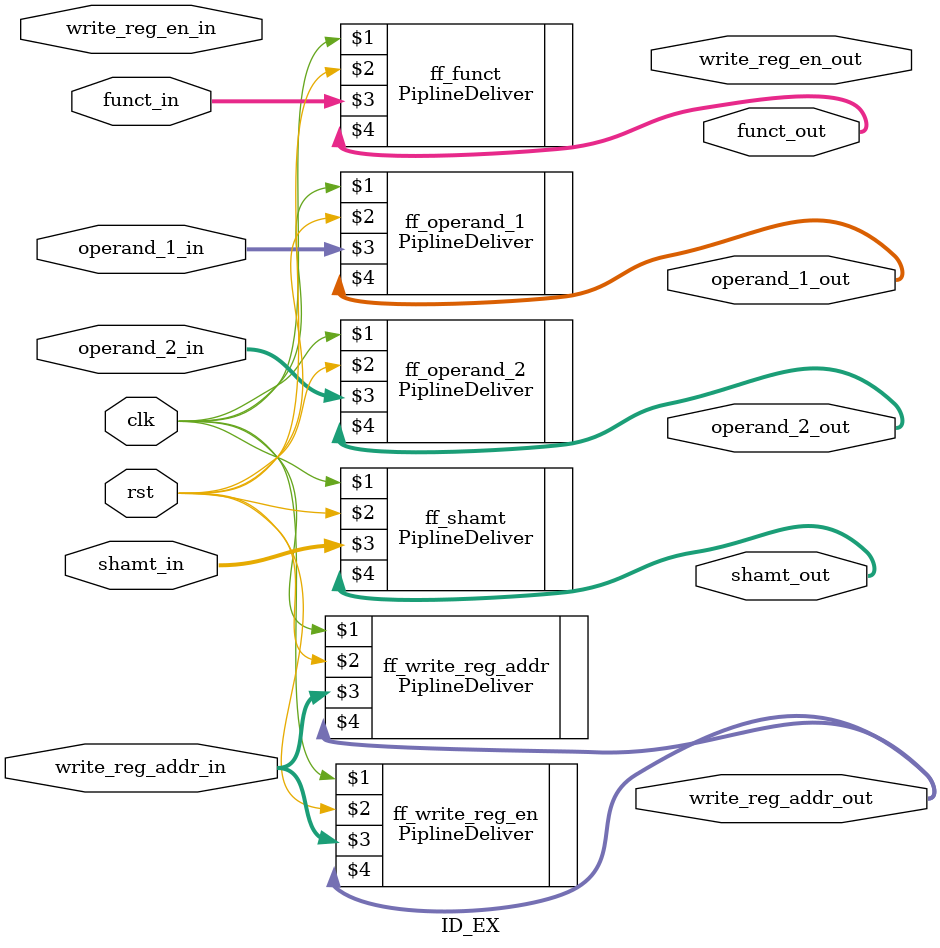
<source format=v>
`timescale 1ns / 1ps
module ID_EX(
    input clk,
    input rst,
    input [5:0] funct_in,
    input [31:0] operand_1_in,
    input [31:0] operand_2_in,
    input [4:0] shamt_in,
    input write_reg_en_in,
    input [4:0] write_reg_addr_in,
    output [5:0] funct_out,
    output [31:0] operand_1_out,
    output [31:0] operand_2_out,
    output [4:0] shamt_out,
    output write_reg_en_out,
    output [4:0] write_reg_addr_out
    );
    PiplineDeliver#(6) ff_funct(clk,rst,funct_in,funct_out);
    PiplineDeliver#(32) ff_operand_1(clk,rst,operand_1_in,operand_1_out);
    PiplineDeliver#(32) ff_operand_2(clk,rst,operand_2_in,operand_2_out);
    PiplineDeliver#(5) ff_shamt(clk,rst,shamt_in,shamt_out);
    PiplineDeliver#(1) ff_write_reg_en(clk,rst,write_reg_addr_in,write_reg_addr_out);
    PiplineDeliver#(5) ff_write_reg_addr(clk,rst,write_reg_addr_in,write_reg_addr_out);
endmodule

</source>
